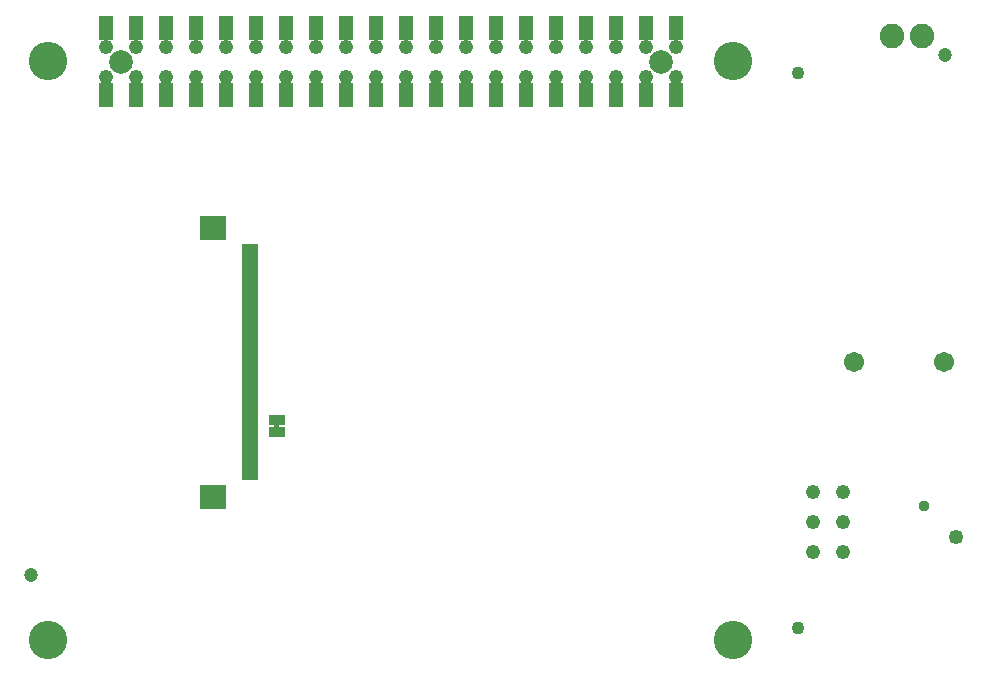
<source format=gbs>
G75*
%MOIN*%
%OFA0B0*%
%FSLAX25Y25*%
%IPPOS*%
%LPD*%
%AMOC8*
5,1,8,0,0,1.08239X$1,22.5*
%
%ADD10R,0.04816X0.08162*%
%ADD11C,0.04816*%
%ADD12C,0.07887*%
%ADD13C,0.04343*%
%ADD14C,0.03753*%
%ADD15C,0.04934*%
%ADD16C,0.12800*%
%ADD17C,0.04808*%
%ADD18C,0.06706*%
%ADD19R,0.05524X0.01981*%
%ADD20R,0.08661X0.07874*%
%ADD21C,0.04737*%
%ADD22R,0.05800X0.03300*%
%ADD23C,0.00500*%
%ADD24C,0.08200*%
D10*
X0071885Y0243524D03*
X0081885Y0243524D03*
X0091885Y0243524D03*
X0101885Y0243524D03*
X0111885Y0243524D03*
X0121885Y0243524D03*
X0131885Y0243524D03*
X0141885Y0243524D03*
X0151885Y0243524D03*
X0161885Y0243524D03*
X0171885Y0243524D03*
X0181885Y0243524D03*
X0191885Y0243524D03*
X0201885Y0243524D03*
X0211885Y0243524D03*
X0221885Y0243524D03*
X0231885Y0243524D03*
X0241885Y0243524D03*
X0251885Y0243524D03*
X0261885Y0243524D03*
X0261885Y0266083D03*
X0251885Y0266083D03*
X0241885Y0266083D03*
X0231885Y0266083D03*
X0221885Y0266083D03*
X0211885Y0266083D03*
X0201885Y0266083D03*
X0191885Y0266083D03*
X0181885Y0266083D03*
X0171885Y0266083D03*
X0161885Y0266083D03*
X0151885Y0266083D03*
X0141885Y0266083D03*
X0131885Y0266083D03*
X0121885Y0266083D03*
X0111885Y0266083D03*
X0101885Y0266083D03*
X0091885Y0266083D03*
X0081885Y0266083D03*
X0071885Y0266083D03*
D11*
X0071885Y0259803D03*
X0081885Y0259803D03*
X0091885Y0259803D03*
X0101885Y0259803D03*
X0111885Y0259803D03*
X0121885Y0259803D03*
X0131885Y0259803D03*
X0141885Y0259803D03*
X0151885Y0259803D03*
X0161885Y0259803D03*
X0171885Y0259803D03*
X0181885Y0259803D03*
X0191885Y0259803D03*
X0201885Y0259803D03*
X0211885Y0259803D03*
X0221885Y0259803D03*
X0231885Y0259803D03*
X0241885Y0259803D03*
X0251885Y0259803D03*
X0261885Y0259803D03*
X0261885Y0249803D03*
X0251885Y0249803D03*
X0241885Y0249803D03*
X0231885Y0249803D03*
X0221885Y0249803D03*
X0211885Y0249803D03*
X0201885Y0249803D03*
X0191885Y0249803D03*
X0181885Y0249803D03*
X0171885Y0249803D03*
X0161885Y0249803D03*
X0151885Y0249803D03*
X0141885Y0249803D03*
X0131885Y0249803D03*
X0121885Y0249803D03*
X0111885Y0249803D03*
X0101885Y0249803D03*
X0091885Y0249803D03*
X0081885Y0249803D03*
X0071885Y0249803D03*
D12*
X0076885Y0254803D03*
X0256885Y0254803D03*
D13*
X0302712Y0251063D03*
X0302712Y0066024D03*
D14*
X0344667Y0106746D03*
D15*
X0355245Y0096167D03*
D16*
X0052712Y0062087D03*
X0281058Y0062087D03*
X0281058Y0255000D03*
X0052712Y0255000D03*
D17*
X0307554Y0111457D03*
X0307554Y0101457D03*
X0307554Y0091457D03*
X0317554Y0091457D03*
X0317554Y0101457D03*
X0317554Y0111457D03*
D18*
X0321216Y0154606D03*
X0351137Y0154606D03*
D19*
X0120035Y0153622D03*
X0120035Y0151654D03*
X0120035Y0149685D03*
X0120035Y0147717D03*
X0120035Y0145748D03*
X0120035Y0143780D03*
X0120035Y0141811D03*
X0120035Y0139843D03*
X0120035Y0137874D03*
X0120035Y0135906D03*
X0120035Y0133937D03*
X0120035Y0131969D03*
X0120035Y0130000D03*
X0120035Y0128031D03*
X0120035Y0126063D03*
X0120035Y0124094D03*
X0120035Y0122126D03*
X0120035Y0120157D03*
X0120035Y0118189D03*
X0120035Y0116220D03*
X0120035Y0155591D03*
X0120035Y0157559D03*
X0120035Y0159528D03*
X0120035Y0161496D03*
X0120035Y0163465D03*
X0120035Y0165433D03*
X0120035Y0167402D03*
X0120035Y0169370D03*
X0120035Y0171339D03*
X0120035Y0173307D03*
X0120035Y0175276D03*
X0120035Y0177244D03*
X0120035Y0179213D03*
X0120035Y0181181D03*
X0120035Y0183150D03*
X0120035Y0185118D03*
X0120035Y0187087D03*
X0120035Y0189055D03*
X0120035Y0191024D03*
X0120035Y0192992D03*
D20*
X0107633Y0199488D03*
X0107633Y0109724D03*
D21*
X0046806Y0083740D03*
X0351767Y0256969D03*
D22*
X0128932Y0135307D03*
X0128932Y0131307D03*
D23*
X0128432Y0132557D02*
X0129432Y0132557D01*
X0129432Y0134057D01*
X0128432Y0134057D01*
X0128432Y0132557D01*
X0128432Y0133054D02*
X0129432Y0133054D01*
X0129432Y0133553D02*
X0128432Y0133553D01*
X0128432Y0134051D02*
X0129432Y0134051D01*
D24*
X0333932Y0263307D03*
X0343932Y0263307D03*
M02*

</source>
